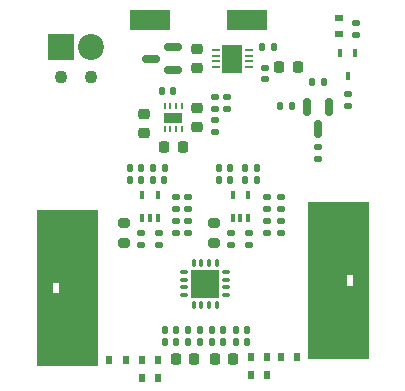
<source format=gts>
%TF.GenerationSoftware,KiCad,Pcbnew,5.99.0-unknown-b691c18bfc~117~ubuntu20.10.1*%
%TF.CreationDate,2021-03-07T12:14:31-07:00*%
%TF.ProjectId,maam-011132,6d61616d-2d30-4313-9131-33322e6b6963,rev?*%
%TF.SameCoordinates,Original*%
%TF.FileFunction,Soldermask,Top*%
%TF.FilePolarity,Negative*%
%FSLAX46Y46*%
G04 Gerber Fmt 4.6, Leading zero omitted, Abs format (unit mm)*
G04 Created by KiCad (PCBNEW 5.99.0-unknown-b691c18bfc~117~ubuntu20.10.1) date 2021-03-07 12:14:31*
%MOMM*%
%LPD*%
G01*
G04 APERTURE LIST*
G04 Aperture macros list*
%AMRoundRect*
0 Rectangle with rounded corners*
0 $1 Rounding radius*
0 $2 $3 $4 $5 $6 $7 $8 $9 X,Y pos of 4 corners*
0 Add a 4 corners polygon primitive as box body*
4,1,4,$2,$3,$4,$5,$6,$7,$8,$9,$2,$3,0*
0 Add four circle primitives for the rounded corners*
1,1,$1+$1,$2,$3*
1,1,$1+$1,$4,$5*
1,1,$1+$1,$6,$7*
1,1,$1+$1,$8,$9*
0 Add four rect primitives between the rounded corners*
20,1,$1+$1,$2,$3,$4,$5,0*
20,1,$1+$1,$4,$5,$6,$7,0*
20,1,$1+$1,$6,$7,$8,$9,0*
20,1,$1+$1,$8,$9,$2,$3,0*%
%AMOutline4P*
0 Free polygon, 4 corners , with rotation*
0 The origin of the aperture is its center*
0 number of corners: always 4*
0 $1 to $8 corner X, Y*
0 $9 Rotation angle, in degrees counterclockwise*
0 create outline with 4 corners*
4,1,4,$1,$2,$3,$4,$5,$6,$7,$8,$1,$2,$9*%
G04 Aperture macros list end*
%ADD10C,0.100000*%
%ADD11R,0.600000X6.000000*%
%ADD12R,4.500000X3.250000*%
%ADD13C,0.500000*%
%ADD14C,3.000000*%
%ADD15Outline4P,-2.800000X-0.100000X2.800000X-0.100000X3.000000X0.100000X-3.000000X0.100000X90.000000*%
%ADD16Outline4P,-0.205000X-0.475000X0.205000X-0.475000X0.095000X0.475000X-0.095000X0.475000X90.000000*%
%ADD17RoundRect,0.135000X-0.135000X-0.185000X0.135000X-0.185000X0.135000X0.185000X-0.135000X0.185000X0*%
%ADD18R,0.600000X0.700000*%
%ADD19RoundRect,0.135000X-0.185000X0.135000X-0.185000X-0.135000X0.185000X-0.135000X0.185000X0.135000X0*%
%ADD20RoundRect,0.135000X0.185000X-0.135000X0.185000X0.135000X-0.185000X0.135000X-0.185000X-0.135000X0*%
%ADD21R,0.450000X0.700000*%
%ADD22RoundRect,0.140000X-0.140000X-0.170000X0.140000X-0.170000X0.140000X0.170000X-0.140000X0.170000X0*%
%ADD23RoundRect,0.140000X0.140000X0.170000X-0.140000X0.170000X-0.140000X-0.170000X0.140000X-0.170000X0*%
%ADD24RoundRect,0.225000X-0.250000X0.225000X-0.250000X-0.225000X0.250000X-0.225000X0.250000X0.225000X0*%
%ADD25RoundRect,0.225000X0.225000X0.250000X-0.225000X0.250000X-0.225000X-0.250000X0.225000X-0.250000X0*%
%ADD26Outline4P,-2.800000X-0.100000X2.800000X-0.100000X3.000000X0.100000X-3.000000X0.100000X270.000000*%
%ADD27Outline4P,-0.205000X-0.475000X0.205000X-0.475000X0.095000X0.475000X-0.095000X0.475000X270.000000*%
%ADD28R,3.400000X1.800000*%
%ADD29RoundRect,0.200000X-0.275000X0.200000X-0.275000X-0.200000X0.275000X-0.200000X0.275000X0.200000X0*%
%ADD30R,0.400000X0.650000*%
%ADD31RoundRect,0.225000X0.250000X-0.225000X0.250000X0.225000X-0.250000X0.225000X-0.250000X-0.225000X0*%
%ADD32RoundRect,0.225000X-0.225000X-0.250000X0.225000X-0.250000X0.225000X0.250000X-0.225000X0.250000X0*%
%ADD33RoundRect,0.150000X0.587500X0.150000X-0.587500X0.150000X-0.587500X-0.150000X0.587500X-0.150000X0*%
%ADD34RoundRect,0.140000X-0.170000X0.140000X-0.170000X-0.140000X0.170000X-0.140000X0.170000X0.140000X0*%
%ADD35RoundRect,0.135000X0.135000X0.185000X-0.135000X0.185000X-0.135000X-0.185000X0.135000X-0.185000X0*%
%ADD36R,0.700000X0.600000*%
%ADD37RoundRect,0.150000X-0.150000X0.587500X-0.150000X-0.587500X0.150000X-0.587500X0.150000X0.587500X0*%
%ADD38C,1.100000*%
%ADD39C,2.200000*%
%ADD40R,2.200000X2.200000*%
%ADD41R,0.250000X0.500000*%
%ADD42R,1.600000X0.900000*%
%ADD43R,1.660000X2.380000*%
%ADD44R,0.700000X0.250000*%
%ADD45R,2.400000X2.400000*%
%ADD46RoundRect,0.092500X-0.092500X0.232500X-0.092500X-0.232500X0.092500X-0.232500X0.092500X0.232500X0*%
%ADD47RoundRect,0.092500X0.092500X-0.232500X0.092500X0.232500X-0.092500X0.232500X-0.092500X-0.232500X0*%
%ADD48RoundRect,0.092500X0.232500X0.092500X-0.232500X0.092500X-0.232500X-0.092500X0.232500X-0.092500X0*%
G04 APERTURE END LIST*
D10*
%TO.C,J4*%
X99435000Y-75725000D02*
X99435000Y-69625000D01*
X99435000Y-69625000D02*
X104535000Y-69625000D01*
X104535000Y-69625000D02*
X104535000Y-75725000D01*
X104535000Y-75725000D02*
X99435000Y-75725000D01*
G36*
X104535000Y-75725000D02*
G01*
X99435000Y-75725000D01*
X99435000Y-69625000D01*
X104535000Y-69625000D01*
X104535000Y-75725000D01*
G37*
X104535000Y-75725000D02*
X99435000Y-75725000D01*
X99435000Y-69625000D01*
X104535000Y-69625000D01*
X104535000Y-75725000D01*
X101335000Y-69725000D02*
X101335000Y-68525000D01*
X101335000Y-68525000D02*
X104535000Y-68525000D01*
X104535000Y-68525000D02*
X104535000Y-69725000D01*
X104535000Y-69725000D02*
X101335000Y-69725000D01*
G36*
X104535000Y-69725000D02*
G01*
X101335000Y-69725000D01*
X101335000Y-68525000D01*
X104535000Y-68525000D01*
X104535000Y-69725000D01*
G37*
X104535000Y-69725000D02*
X101335000Y-69725000D01*
X101335000Y-68525000D01*
X104535000Y-68525000D01*
X104535000Y-69725000D01*
X99435000Y-69625000D02*
X99435000Y-68625000D01*
X99435000Y-68625000D02*
X100735000Y-68625000D01*
X100735000Y-68625000D02*
X100735000Y-69625000D01*
X100735000Y-69625000D02*
X99435000Y-69625000D01*
G36*
X100735000Y-69625000D02*
G01*
X99435000Y-69625000D01*
X99435000Y-68625000D01*
X100735000Y-68625000D01*
X100735000Y-69625000D01*
G37*
X100735000Y-69625000D02*
X99435000Y-69625000D01*
X99435000Y-68625000D01*
X100735000Y-68625000D01*
X100735000Y-69625000D01*
X99435000Y-68625000D02*
X99435000Y-62525000D01*
X99435000Y-62525000D02*
X104535000Y-62525000D01*
X104535000Y-62525000D02*
X104535000Y-68625000D01*
X104535000Y-68625000D02*
X99435000Y-68625000D01*
G36*
X104535000Y-68625000D02*
G01*
X99435000Y-68625000D01*
X99435000Y-62525000D01*
X104535000Y-62525000D01*
X104535000Y-68625000D01*
G37*
X104535000Y-68625000D02*
X99435000Y-68625000D01*
X99435000Y-62525000D01*
X104535000Y-62525000D01*
X104535000Y-68625000D01*
%TO.C,J3*%
X127500000Y-61875000D02*
X127500000Y-67975000D01*
X127500000Y-67975000D02*
X122400000Y-67975000D01*
X122400000Y-67975000D02*
X122400000Y-61875000D01*
X122400000Y-61875000D02*
X127500000Y-61875000D01*
G36*
X127500000Y-67975000D02*
G01*
X122400000Y-67975000D01*
X122400000Y-61875000D01*
X127500000Y-61875000D01*
X127500000Y-67975000D01*
G37*
X127500000Y-67975000D02*
X122400000Y-67975000D01*
X122400000Y-61875000D01*
X127500000Y-61875000D01*
X127500000Y-67975000D01*
X125600000Y-67875000D02*
X125600000Y-69075000D01*
X125600000Y-69075000D02*
X122400000Y-69075000D01*
X122400000Y-69075000D02*
X122400000Y-67875000D01*
X122400000Y-67875000D02*
X125600000Y-67875000D01*
G36*
X125600000Y-69075000D02*
G01*
X122400000Y-69075000D01*
X122400000Y-67875000D01*
X125600000Y-67875000D01*
X125600000Y-69075000D01*
G37*
X125600000Y-69075000D02*
X122400000Y-69075000D01*
X122400000Y-67875000D01*
X125600000Y-67875000D01*
X125600000Y-69075000D01*
X127500000Y-67975000D02*
X127500000Y-68975000D01*
X127500000Y-68975000D02*
X126200000Y-68975000D01*
X126200000Y-68975000D02*
X126200000Y-67975000D01*
X126200000Y-67975000D02*
X127500000Y-67975000D01*
G36*
X127500000Y-68975000D02*
G01*
X126200000Y-68975000D01*
X126200000Y-67975000D01*
X127500000Y-67975000D01*
X127500000Y-68975000D01*
G37*
X127500000Y-68975000D02*
X126200000Y-68975000D01*
X126200000Y-67975000D01*
X127500000Y-67975000D01*
X127500000Y-68975000D01*
X127500000Y-68975000D02*
X127500000Y-75075000D01*
X127500000Y-75075000D02*
X122400000Y-75075000D01*
X122400000Y-75075000D02*
X122400000Y-68975000D01*
X122400000Y-68975000D02*
X127500000Y-68975000D01*
G36*
X127500000Y-75075000D02*
G01*
X122400000Y-75075000D01*
X122400000Y-68975000D01*
X127500000Y-68975000D01*
X127500000Y-75075000D01*
G37*
X127500000Y-75075000D02*
X122400000Y-75075000D01*
X122400000Y-68975000D01*
X127500000Y-68975000D01*
X127500000Y-75075000D01*
%TD*%
D11*
%TO.C,J4*%
X99735000Y-65725000D03*
D12*
X102285000Y-73900000D03*
D13*
X99835000Y-65125000D03*
X99835000Y-68125000D03*
D14*
X102225000Y-73800000D03*
D15*
X100135000Y-72525000D03*
D13*
X99835000Y-67125000D03*
X99835000Y-71925000D03*
X99835000Y-72925000D03*
X99835000Y-73925000D03*
D14*
X102225000Y-64450000D03*
D11*
X99735000Y-72525000D03*
D13*
X99835000Y-63125000D03*
X99835000Y-66125000D03*
D12*
X102285000Y-64350000D03*
D13*
X99835000Y-74925000D03*
X99835000Y-69925000D03*
X99835000Y-64125000D03*
D15*
X100135000Y-65725000D03*
D13*
X99835000Y-70925000D03*
D16*
X99985000Y-69125000D03*
%TD*%
D17*
%TO.C,R7*%
X121010000Y-53740000D03*
X119990000Y-53740000D03*
%TD*%
D18*
%TO.C,D4*%
X120100000Y-75000000D03*
X121500000Y-75000000D03*
%TD*%
D19*
%TO.C,R9*%
X120080000Y-62510000D03*
X120080000Y-61490000D03*
%TD*%
D20*
%TO.C,R11*%
X118910000Y-61490000D03*
X118910000Y-62510000D03*
%TD*%
D19*
%TO.C,R14*%
X112250000Y-62510000D03*
X112250000Y-61490000D03*
%TD*%
%TO.C,R3*%
X115500000Y-54000000D03*
X115500000Y-52980000D03*
%TD*%
D21*
%TO.C,Q2*%
X125750000Y-51240000D03*
X125100000Y-49240000D03*
X126400000Y-49240000D03*
%TD*%
D20*
%TO.C,R16*%
X111250000Y-61490000D03*
X111250000Y-62510000D03*
%TD*%
D22*
%TO.C,C12*%
X117230000Y-73720000D03*
X116270000Y-73720000D03*
%TD*%
%TO.C,C3*%
X110980000Y-52490000D03*
X110020000Y-52490000D03*
%TD*%
%TO.C,C25*%
X110240000Y-60000000D03*
X109280000Y-60000000D03*
%TD*%
D23*
%TO.C,C19*%
X112270000Y-73720000D03*
X113230000Y-73720000D03*
%TD*%
D24*
%TO.C,C2*%
X113000000Y-50515000D03*
X113000000Y-48965000D03*
%TD*%
D23*
%TO.C,C15*%
X114850000Y-60000000D03*
X115810000Y-60000000D03*
%TD*%
D25*
%TO.C,C4*%
X110225000Y-57240000D03*
X111775000Y-57240000D03*
%TD*%
D20*
%TO.C,R19*%
X115910000Y-64490000D03*
X115910000Y-65510000D03*
%TD*%
D11*
%TO.C,J3*%
X127200000Y-71875000D03*
D12*
X124650000Y-63700000D03*
D13*
X127100000Y-72475000D03*
X127100000Y-69475000D03*
D14*
X124710000Y-63800000D03*
D26*
X126800000Y-65075000D03*
D13*
X127100000Y-70475000D03*
X127100000Y-65675000D03*
X127100000Y-64675000D03*
X127100000Y-63675000D03*
D14*
X124710000Y-73150000D03*
D11*
X127200000Y-65075000D03*
D13*
X127100000Y-74475000D03*
X127100000Y-71475000D03*
D12*
X124650000Y-73250000D03*
D13*
X127100000Y-62675000D03*
X127100000Y-67675000D03*
X127100000Y-73475000D03*
D26*
X126800000Y-71875000D03*
D13*
X127100000Y-66675000D03*
D27*
X126950000Y-68475000D03*
%TD*%
D23*
%TO.C,C18*%
X112270000Y-72720000D03*
X113230000Y-72720000D03*
%TD*%
D28*
%TO.C,TP2*%
X109000000Y-46490000D03*
%TD*%
D23*
%TO.C,C21*%
X110270000Y-72720000D03*
X111230000Y-72720000D03*
%TD*%
D22*
%TO.C,C14*%
X117230000Y-72720000D03*
X116270000Y-72720000D03*
%TD*%
D29*
%TO.C,R10*%
X114410000Y-65325000D03*
X114410000Y-63675000D03*
%TD*%
D20*
%TO.C,R1*%
X126500000Y-46730000D03*
X126500000Y-47750000D03*
%TD*%
D22*
%TO.C,C17*%
X118060000Y-59000000D03*
X117100000Y-59000000D03*
%TD*%
D20*
%TO.C,R20*%
X117410000Y-64490000D03*
X117410000Y-65510000D03*
%TD*%
D30*
%TO.C,U4*%
X116010000Y-61300000D03*
X117310000Y-61300000D03*
X116660000Y-63200000D03*
X117310000Y-63200000D03*
X116010000Y-63200000D03*
%TD*%
D31*
%TO.C,C1*%
X108500000Y-54465000D03*
X108500000Y-56015000D03*
%TD*%
D20*
%TO.C,R12*%
X118910000Y-63490000D03*
X118910000Y-64510000D03*
%TD*%
D23*
%TO.C,C13*%
X114850000Y-59000000D03*
X115810000Y-59000000D03*
%TD*%
D29*
%TO.C,R15*%
X106780000Y-65325000D03*
X106780000Y-63675000D03*
%TD*%
D32*
%TO.C,C7*%
X121525000Y-50490000D03*
X119975000Y-50490000D03*
%TD*%
D33*
%TO.C,Q1*%
X109062500Y-49740000D03*
X110937500Y-48790000D03*
X110937500Y-50690000D03*
%TD*%
D20*
%TO.C,R21*%
X108280000Y-64480000D03*
X108280000Y-65500000D03*
%TD*%
D34*
%TO.C,C6*%
X118750000Y-51470000D03*
X118750000Y-50510000D03*
%TD*%
D18*
%TO.C,D5*%
X108300000Y-76750000D03*
X109700000Y-76750000D03*
%TD*%
D19*
%TO.C,R18*%
X112250000Y-64510000D03*
X112250000Y-63490000D03*
%TD*%
D22*
%TO.C,C16*%
X118060000Y-60000000D03*
X117100000Y-60000000D03*
%TD*%
D35*
%TO.C,R8*%
X122740000Y-51740000D03*
X123760000Y-51740000D03*
%TD*%
D22*
%TO.C,C5*%
X119480000Y-48740000D03*
X118520000Y-48740000D03*
%TD*%
D23*
%TO.C,C24*%
X107300000Y-60000000D03*
X108260000Y-60000000D03*
%TD*%
D30*
%TO.C,U5*%
X108380000Y-61300000D03*
X109680000Y-61300000D03*
X109030000Y-63200000D03*
X109680000Y-63200000D03*
X108380000Y-63200000D03*
%TD*%
D22*
%TO.C,C9*%
X115230000Y-72720000D03*
X114270000Y-72720000D03*
%TD*%
%TO.C,C10*%
X115230000Y-73720000D03*
X114270000Y-73720000D03*
%TD*%
D20*
%TO.C,R17*%
X111250000Y-63490000D03*
X111250000Y-64510000D03*
%TD*%
D28*
%TO.C,TP1*%
X117250000Y-46490000D03*
%TD*%
D22*
%TO.C,C26*%
X110260000Y-59000000D03*
X109300000Y-59000000D03*
%TD*%
D20*
%TO.C,R22*%
X109780000Y-64490000D03*
X109780000Y-65510000D03*
%TD*%
D23*
%TO.C,C22*%
X107300000Y-59000000D03*
X108260000Y-59000000D03*
%TD*%
D25*
%TO.C,C20*%
X111225000Y-75200000D03*
X112775000Y-75200000D03*
%TD*%
D19*
%TO.C,R13*%
X120080000Y-64510000D03*
X120080000Y-63490000D03*
%TD*%
D32*
%TO.C,C11*%
X116050000Y-75200000D03*
X114500000Y-75200000D03*
%TD*%
D20*
%TO.C,R2*%
X114500000Y-52980000D03*
X114500000Y-54000000D03*
%TD*%
D18*
%TO.C,D6*%
X109700000Y-75250000D03*
X108300000Y-75250000D03*
%TD*%
D19*
%TO.C,R6*%
X114500000Y-56000000D03*
X114500000Y-54980000D03*
%TD*%
D36*
%TO.C,D1*%
X125000000Y-47690000D03*
X125000000Y-46290000D03*
%TD*%
D18*
%TO.C,D2*%
X118950000Y-76500000D03*
X117550000Y-76500000D03*
%TD*%
%TO.C,D7*%
X106950000Y-75250000D03*
X105550000Y-75250000D03*
%TD*%
D31*
%TO.C,C8*%
X113000000Y-53965000D03*
X113000000Y-55515000D03*
%TD*%
D19*
%TO.C,R5*%
X125750000Y-53740000D03*
X125750000Y-52720000D03*
%TD*%
D37*
%TO.C,Q3*%
X123250000Y-55677500D03*
X122300000Y-53802500D03*
X124200000Y-53802500D03*
%TD*%
D23*
%TO.C,C23*%
X110270000Y-73720000D03*
X111230000Y-73720000D03*
%TD*%
D38*
%TO.C,J1*%
X104040000Y-51280000D03*
D39*
X104040000Y-48740000D03*
D38*
X101500000Y-51280000D03*
D40*
X101500000Y-48740000D03*
%TD*%
D18*
%TO.C,D3*%
X117550000Y-75000000D03*
X118950000Y-75000000D03*
%TD*%
D41*
%TO.C,U1*%
X111250000Y-53790000D03*
X111750000Y-53790000D03*
X111750000Y-55690000D03*
X110750000Y-55690000D03*
X110250000Y-55690000D03*
D42*
X111000000Y-54740000D03*
D41*
X110250000Y-53790000D03*
X110750000Y-53790000D03*
X111250000Y-55690000D03*
%TD*%
D19*
%TO.C,R4*%
X123250000Y-58260000D03*
X123250000Y-57240000D03*
%TD*%
D43*
%TO.C,U2*%
X116000000Y-49740000D03*
D44*
X114600000Y-50490000D03*
X114600000Y-49990000D03*
X114600000Y-49490000D03*
X114600000Y-48990000D03*
X117400000Y-48990000D03*
X117400000Y-49490000D03*
X117400000Y-49990000D03*
X117400000Y-50490000D03*
%TD*%
D45*
%TO.C,U3*%
X113700000Y-68800000D03*
D46*
X114675000Y-70575000D03*
D47*
X114025000Y-70575000D03*
D46*
X113375000Y-70575000D03*
X112725000Y-70575000D03*
D48*
X111925000Y-69775000D03*
X111925000Y-69125000D03*
X111925000Y-68475000D03*
X111925000Y-67825000D03*
D46*
X112725000Y-67025000D03*
X113375000Y-67025000D03*
X114025000Y-67025000D03*
X114675000Y-67025000D03*
D48*
X115475000Y-67825000D03*
X115475000Y-68475000D03*
X115475000Y-69125000D03*
X115475000Y-69775000D03*
%TD*%
M02*

</source>
